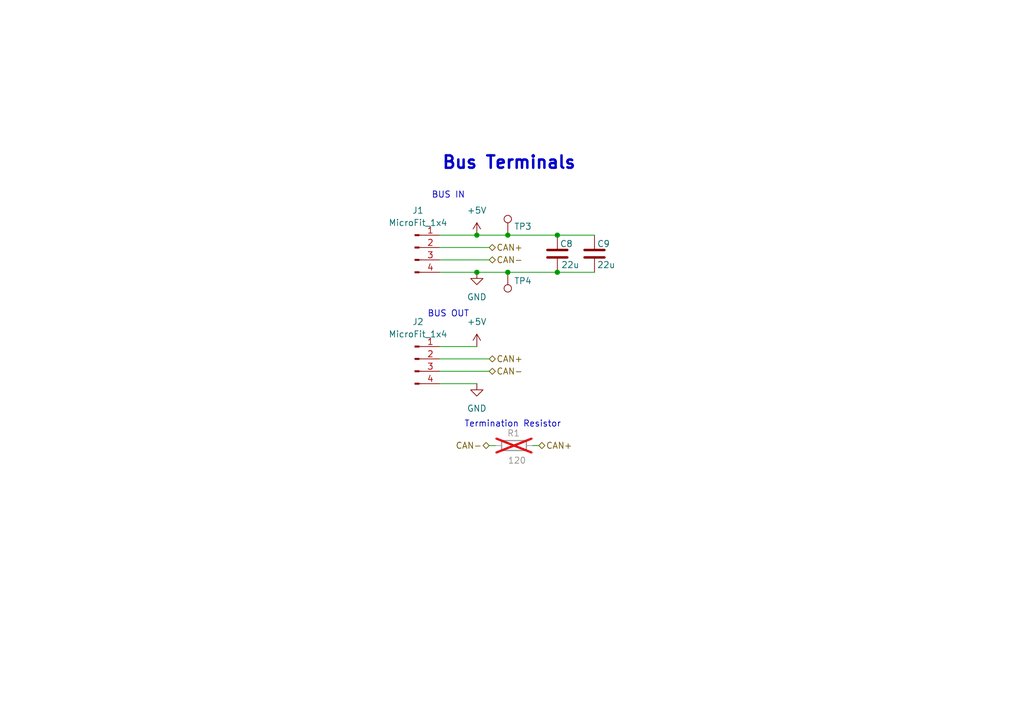
<source format=kicad_sch>
(kicad_sch (version 20250114) (generator "eeschema") (generator_version "9.0")
  (paper "A5")
  (title_block (title "LEOS Connectors") (date "2026-02-14") (rev "1") (company "VIP Lightning From the Edge of Space"))
  (lib_symbols
    (symbol "Connector:Conn_01x04_Pin" (pin_names (offset 1.016) (hide yes))
      (property "Reference" "J" (at 0 5.08 0))
      (property "Value" "Conn_01x04_Pin" (at 0 -7.62 0))
      (symbol "Conn_01x04_Pin_1_1"
        (rectangle (start 0.8636 2.667) (end 0 2.413) (stroke (width 0.1524)) (fill (type outline)))
        (rectangle (start 0.8636 0.127) (end 0 -0.127) (stroke (width 0.1524)) (fill (type outline)))
        (rectangle (start 0.8636 -2.413) (end 0 -2.667) (stroke (width 0.1524)) (fill (type outline)))
        (rectangle (start 0.8636 -4.953) (end 0 -5.207) (stroke (width 0.1524)) (fill (type outline)))
        (polyline (pts (xy 1.27 2.54) (xy 0.8636 2.54)) (stroke (width 0.1524)))
        (polyline (pts (xy 1.27 0) (xy 0.8636 0)) (stroke (width 0.1524)))
        (polyline (pts (xy 1.27 -2.54) (xy 0.8636 -2.54)) (stroke (width 0.1524)))
        (polyline (pts (xy 1.27 -5.08) (xy 0.8636 -5.08)) (stroke (width 0.1524)))
        (pin passive line (at 5.08 2.54 180) (length 3.81) (name "Pin_1") (number "1"))
        (pin passive line (at 5.08 0 180) (length 3.81) (name "Pin_2") (number "2"))
        (pin passive line (at 5.08 -2.54 180) (length 3.81) (name "Pin_3") (number "3"))
        (pin passive line (at 5.08 -5.08 180) (length 3.81) (name "Pin_4") (number "4"))
      )
    )
    (symbol "Connector:TestPoint" (pin_numbers (hide yes)) (pin_names (offset 0.762) (hide yes))
      (property "Reference" "TP" (at 0 6.858 0))
      (property "Value" "TestPoint" (at 0 5.08 0))
      (symbol "TestPoint_0_1"
        (circle (center 0 3.302) (radius 0.762))
      )
      (symbol "TestPoint_1_1"
        (pin passive line (at 0 0 90) (length 2.54) (name "1") (number "1"))
      )
    )
    (symbol "Device:C" (pin_numbers (hide yes)) (pin_names (offset 0.254))
      (property "Reference" "C" (at 0.635 2.54 0))
      (property "Value" "C" (at 0.635 -2.54 0))
      (symbol "C_0_1"
        (polyline (pts (xy -2.032 0.762) (xy 2.032 0.762)) (stroke (width 0.508)))
        (polyline (pts (xy -2.032 -0.762) (xy 2.032 -0.762)) (stroke (width 0.508)))
      )
      (symbol "C_1_1"
        (pin passive line (at 0 3.81 270) (length 2.794) (name "~") (number "1"))
        (pin passive line (at 0 -3.81 90) (length 2.794) (name "~") (number "2"))
      )
    )
    (symbol "Device:R" (pin_numbers (hide yes)) (pin_names (offset 0))
      (property "Reference" "R" (at 2.032 0 90))
      (property "Value" "R" (at 0 0 90))
      (symbol "R_0_1"
        (rectangle (start -1.016 -2.54) (end 1.016 2.54) (stroke (width 0.254)))
      )
      (symbol "R_1_1"
        (pin passive line (at 0 3.81 270) (length 1.27) (name "~") (number "1"))
        (pin passive line (at 0 -3.81 90) (length 1.27) (name "~") (number "2"))
      )
    )
    (symbol "power:+5V" (power) (pin_numbers (hide yes)) (pin_names (offset 0) (hide yes))
      (property "Value" "+5V" (at 0 3.556 0))
      (symbol "+5V_0_1"
        (polyline (pts (xy -0.762 1.27) (xy 0 2.54)))
        (polyline (pts (xy 0 2.54) (xy 0.762 1.27)))
        (polyline (pts (xy 0 0) (xy 0 2.54)))
      )
      (symbol "+5V_1_1"
        (pin power_in line (at 0 0 90) (length 0) (name "~") (number "1"))
      )
    )
    (symbol "power:GND" (power) (pin_numbers (hide yes)) (pin_names (offset 0) (hide yes))
      (property "Value" "GND" (at 0 -3.81 0))
      (symbol "GND_0_1"
        (polyline (pts (xy 0 0) (xy 0 -1.27) (xy 1.27 -1.27) (xy 0 -2.54) (xy -1.27 -1.27) (xy 0 -1.27)))
      )
      (symbol "GND_1_1"
        (pin power_in line (at 0 0 270) (length 0) (name "~") (number "1"))
      )
    )
  )
  (text "BUS OUT" (at 91.948 64.516 0) (effects (font (size 1.27 1.27))))
  (text "Bus Terminals" (at 104.394 33.528 0) (effects (font (size 2.54 2.54) (thickness 0.508) (bold yes))))
  (text "BUS IN" (at 91.948 40.132 0) (effects (font (size 1.27 1.27))))
  (text "Termination Resistor" (at 105.156 87.122 0) (effects (font (size 1.27 1.27))))
  (junction (at 104.14 55.88))
  (junction (at 104.14 48.26))
  (junction (at 97.79 55.88))
  (junction (at 114.3 48.26))
  (junction (at 114.3 55.88))
  (junction (at 97.79 48.26))
  (wire (pts (xy 97.79 55.88) (xy 104.14 55.88)))
  (wire (pts (xy 104.14 55.88) (xy 114.3 55.88)))
  (wire (pts (xy 90.17 71.12) (xy 97.79 71.12)))
  (wire (pts (xy 90.17 76.2) (xy 100.33 76.2)))
  (wire (pts (xy 90.17 53.34) (xy 100.33 53.34)))
  (wire (pts (xy 90.17 78.74) (xy 97.79 78.74)))
  (wire (pts (xy 90.17 48.26) (xy 97.79 48.26)))
  (wire (pts (xy 90.17 50.8) (xy 100.33 50.8)))
  (wire (pts (xy 114.3 48.26) (xy 121.92 48.26)))
  (wire (pts (xy 97.79 48.26) (xy 104.14 48.26)))
  (wire (pts (xy 90.17 73.66) (xy 100.33 73.66)))
  (wire (pts (xy 114.3 55.88) (xy 121.92 55.88)))
  (wire (pts (xy 104.14 48.26) (xy 114.3 48.26)))
  (wire (pts (xy 110.49 91.44) (xy 109.22 91.44)))
  (wire (pts (xy 100.33 91.44) (xy 101.6 91.44)))
  (wire (pts (xy 90.17 55.88) (xy 97.79 55.88)))
  (hierarchical_label "CAN-" (shape bidirectional) (at 100.33 76.2 0))
  (hierarchical_label "CAN-" (shape bidirectional) (at 100.33 53.34 0))
  (hierarchical_label "CAN+" (shape bidirectional) (at 110.49 91.44 0))
  (hierarchical_label "CAN+" (shape bidirectional) (at 100.33 73.66 0))
  (hierarchical_label "CAN-" (shape bidirectional) (at 100.33 91.44 180))
  (hierarchical_label "CAN+" (shape bidirectional) (at 100.33 50.8 0))
  (symbol (lib_id "Device:C") (at 114.3 52.07 0) (unit 1)
    (property "Reference" "C8" (at 114.808 50.038 0) (effects (justify left)))
    (property "Value" "22u" (at 115.062 54.356 0) (effects (justify left)))
    (property "Footprint" "Capacitor_SMD:C_0805_2012Metric" (effects (hide yes)))
    (property "Description" "22U 25V X5R 0805" (effects (hide yes)))
    (property "Digikey" "1276-CL21A226MAYNNNECT-ND" (effects (hide yes)))
    (property "LCSC" "C29936" (effects (hide yes)))
    (property "MPN" "CL21A226MAYNNNE" (effects (hide yes)))
    (property "Manufacturer" "Samsung Electro-Mechanics" (effects (hide yes)))
  )
  (symbol (lib_id "Connector:Conn_01x04_Pin") (at 85.09 50.8 0) (unit 1)
    (property "Reference" "J1" (at 85.725 43.18 0))
    (property "Value" "MicroFit_1x4" (at 85.725 45.72 0))
    (property "Footprint" "LEOS:Molex_MicroFit3.0_43650-0410_1x04_Horizontal" (effects (hide yes)))
    (property "Description" "Molex MicroFit3.0 1x4 Bus Connector" (effects (hide yes)))
    (property "Digikey" "WM1882CT-ND" (effects (hide yes)))
    (property "MPN" "0436500409" (effects (hide yes)))
    (property "Manufacturer" "Molex" (effects (hide yes)))
    (property "LCSC" "C563846" (effects (hide yes)))
  )
  (symbol (lib_id "power:GND") (at 97.79 55.88 0) (unit 1)
    (property "Reference" "#PWR010" (effects (hide yes)))
    (property "Value" "GND" (at 97.79 60.96 0))
    (property "Description" "Power symbol creates a global label with name \"GND\" , ground" (effects (hide yes)))
  )
  (symbol (lib_id "power:+5V") (at 97.79 48.26 0) (unit 1)
    (property "Reference" "#PWR09" (effects (hide yes)))
    (property "Value" "+5V" (at 97.79 43.18 0))
    (property "Description" "Power symbol creates a global label with name \"+5V\"" (effects (hide yes)))
  )
  (symbol (lib_id "Device:C") (at 121.92 52.07 0) (unit 1)
    (property "Reference" "C9" (at 122.428 50.038 0) (effects (justify left)))
    (property "Value" "22u" (at 122.428 54.356 0) (effects (justify left)))
    (property "Footprint" "Capacitor_SMD:C_0805_2012Metric" (effects (hide yes)))
    (property "Description" "22U 25V X5R 0805" (effects (hide yes)))
    (property "Digikey" "1276-CL21A226MAYNNNECT-ND" (effects (hide yes)))
    (property "LCSC" "C29936" (effects (hide yes)))
    (property "MPN" "CL21A226MAYNNNE" (effects (hide yes)))
    (property "Manufacturer" "Samsung Electro-Mechanics" (effects (hide yes)))
  )
  (symbol (lib_id "Device:R") (at 105.41 91.44 90) (unit 1) (dnp yes)
    (property "Reference" "R1" (at 106.68 88.9 90) (effects (justify left)))
    (property "Value" "120" (at 107.95 94.488 90) (effects (justify left)))
    (property "Footprint" "Resistor_THT:R_Axial_DIN0207_L6.3mm_D2.5mm_P7.62mm_Horizontal" (effects (hide yes)))
    (property "Description" "Resistor" (effects (hide yes)))
    (property "Digikey" "CF14JT120RCT-ND" (effects (hide yes)))
    (property "MPN" "CF14JT120R" (effects (hide yes)))
    (property "Manufacturer" "Stackpole Electronics Inc" (effects (hide yes)))
  )
  (symbol (lib_id "Connector:Conn_01x04_Pin") (at 85.09 73.66 0) (unit 1)
    (property "Reference" "J2" (at 85.725 66.04 0))
    (property "Value" "MicroFit_1x4" (at 85.725 68.58 0))
    (property "Footprint" "LEOS:Molex_MicroFit3.0_43650-0410_1x04_Horizontal" (effects (hide yes)))
    (property "Description" "Molex MicroFit3.0 1x4 Bus Connector" (effects (hide yes)))
    (property "Digikey" "WM1882CT-ND" (effects (hide yes)))
    (property "MPN" "0436500409" (effects (hide yes)))
    (property "Manufacturer" "Molex" (effects (hide yes)))
    (property "LCSC" "C563846" (effects (hide yes)))
  )
  (symbol (lib_id "Connector:TestPoint") (at 104.14 55.88 180) (unit 1)
    (property "Reference" "TP4" (at 105.41 57.658 0) (effects (justify right)))
    (property "Value" "GND Test Point" (effects (hide yes)))
    (property "Footprint" "TestPoint:TestPoint_Loop_D2.60mm_Drill0.9mm_Beaded" (effects (hide yes)))
    (property "Description" "test point" (effects (hide yes)))
    (property "Digikey" "  36-5001-ND" (effects (hide yes)))
    (property "MPN" "5001" (effects (hide yes)))
    (property "Manufacturer" "Keystone Electronics" (effects (hide yes)))
  )
  (symbol (lib_id "power:+5V") (at 97.79 71.12 0) (unit 1)
    (property "Reference" "#PWR011" (effects (hide yes)))
    (property "Value" "+5V" (at 97.79 66.04 0))
    (property "Description" "Power symbol creates a global label with name \"+5V\"" (effects (hide yes)))
  )
  (symbol (lib_id "Connector:TestPoint") (at 104.14 48.26 0) (unit 1)
    (property "Reference" "TP3" (at 105.41 46.482 0) (effects (justify left)))
    (property "Value" "5V Test Point" (effects (hide yes)))
    (property "Footprint" "TestPoint:TestPoint_Loop_D2.60mm_Drill0.9mm_Beaded" (effects (hide yes)))
    (property "Description" "test point" (effects (hide yes)))
    (property "Digikey" "  36-5000-ND" (effects (hide yes)))
    (property "MPN" "5000" (effects (hide yes)))
    (property "Manufacturer" "Keystone Electronics" (effects (hide yes)))
  )
  (symbol (lib_id "power:GND") (at 97.79 78.74 0) (unit 1)
    (property "Reference" "#PWR012" (effects (hide yes)))
    (property "Value" "GND" (at 97.79 83.82 0))
    (property "Description" "Power symbol creates a global label with name \"GND\" , ground" (effects (hide yes)))
  )
)
</source>
